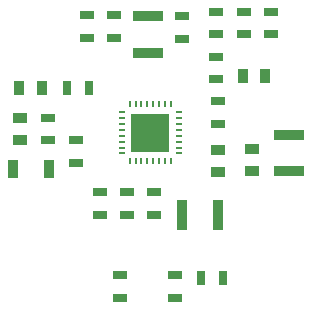
<source format=gbp>
G04*
G04 #@! TF.GenerationSoftware,Altium Limited,Altium Designer,23.8.1 (32)*
G04*
G04 Layer_Color=128*
%FSLAX44Y44*%
%MOMM*%
G71*
G04*
G04 #@! TF.SameCoordinates,F9BA51D5-AC74-40FF-A976-F5FAEDCE12CC*
G04*
G04*
G04 #@! TF.FilePolarity,Positive*
G04*
G01*
G75*
%ADD14R,1.3000X0.9000*%
%ADD15R,1.3000X0.7000*%
%ADD16R,0.9000X1.3000*%
%ADD17R,0.9000X2.5000*%
%ADD40R,3.3000X3.3000*%
%ADD41R,0.6000X0.2300*%
%ADD42R,0.2300X0.6000*%
%ADD43R,0.9000X1.6000*%
%ADD44R,0.7000X1.3000*%
%ADD45R,2.5000X0.9000*%
D14*
X140000Y262500D02*
D03*
Y243500D02*
D03*
X307000Y216500D02*
D03*
Y235500D02*
D03*
X336000Y236500D02*
D03*
Y217500D02*
D03*
D15*
X306000Y314500D02*
D03*
Y295500D02*
D03*
X187000Y243500D02*
D03*
Y224500D02*
D03*
X163000Y243500D02*
D03*
Y262500D02*
D03*
X207000Y199500D02*
D03*
Y180500D02*
D03*
X230000Y199500D02*
D03*
Y180500D02*
D03*
X253000Y199500D02*
D03*
Y180500D02*
D03*
X307000Y257500D02*
D03*
Y276500D02*
D03*
X224000Y110500D02*
D03*
Y129500D02*
D03*
X271000Y110500D02*
D03*
Y129500D02*
D03*
X352000Y333500D02*
D03*
Y352500D02*
D03*
X329000Y333500D02*
D03*
Y352500D02*
D03*
X306000D02*
D03*
Y333500D02*
D03*
X277000Y348500D02*
D03*
Y329500D02*
D03*
X219000Y330500D02*
D03*
Y349500D02*
D03*
X196000Y330500D02*
D03*
Y349500D02*
D03*
D16*
X158000Y288000D02*
D03*
X139000D02*
D03*
X347500Y298000D02*
D03*
X328500D02*
D03*
D17*
X307500Y180000D02*
D03*
X276500D02*
D03*
D40*
X250000Y250000D02*
D03*
D41*
X274000Y267500D02*
D03*
Y262500D02*
D03*
Y257500D02*
D03*
Y252500D02*
D03*
Y247500D02*
D03*
Y242500D02*
D03*
Y237500D02*
D03*
Y232500D02*
D03*
X226000D02*
D03*
Y237500D02*
D03*
Y242500D02*
D03*
Y247500D02*
D03*
Y252500D02*
D03*
Y257500D02*
D03*
Y262500D02*
D03*
Y267500D02*
D03*
D42*
X267500Y226000D02*
D03*
X262500D02*
D03*
X257500D02*
D03*
X252500D02*
D03*
X247500D02*
D03*
X242500D02*
D03*
X237500D02*
D03*
X232500D02*
D03*
Y274000D02*
D03*
X237500D02*
D03*
X242500D02*
D03*
X247500D02*
D03*
X252500D02*
D03*
X257500D02*
D03*
X262500D02*
D03*
X267500D02*
D03*
D43*
X133500Y219000D02*
D03*
X164500D02*
D03*
D44*
X179500Y288000D02*
D03*
X198500D02*
D03*
X292500Y127000D02*
D03*
X311500D02*
D03*
D45*
X367000Y248500D02*
D03*
Y217500D02*
D03*
X248000Y317500D02*
D03*
Y348500D02*
D03*
M02*

</source>
